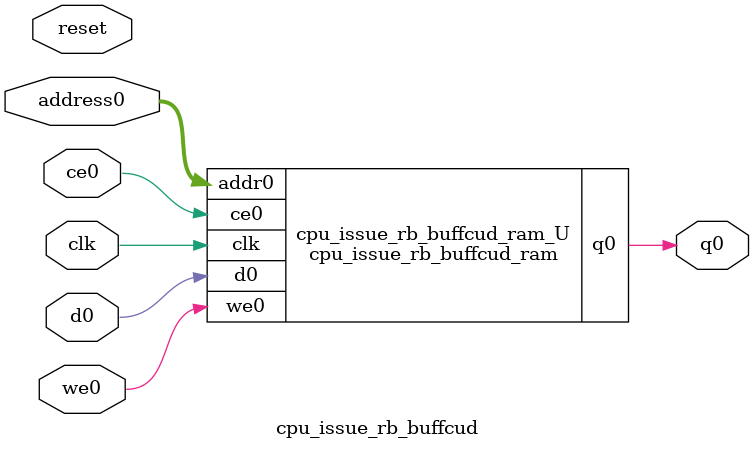
<source format=v>

`timescale 1 ns / 1 ps
module cpu_issue_rb_buffcud_ram (addr0, ce0, d0, we0, q0,  clk);

parameter DWIDTH = 1;
parameter AWIDTH = 3;
parameter MEM_SIZE = 5;

input[AWIDTH-1:0] addr0;
input ce0;
input[DWIDTH-1:0] d0;
input we0;
output reg[DWIDTH-1:0] q0;
input clk;

(* ram_style = "distributed" *)reg [DWIDTH-1:0] ram[0:MEM_SIZE-1];




always @(posedge clk)  
begin 
    if (ce0) 
    begin
        if (we0) 
        begin 
            ram[addr0] <= d0; 
            q0 <= d0;
        end 
        else 
            q0 <= ram[addr0];
    end
end


endmodule


`timescale 1 ns / 1 ps
module cpu_issue_rb_buffcud(
    reset,
    clk,
    address0,
    ce0,
    we0,
    d0,
    q0);

parameter DataWidth = 32'd1;
parameter AddressRange = 32'd5;
parameter AddressWidth = 32'd3;
input reset;
input clk;
input[AddressWidth - 1:0] address0;
input ce0;
input we0;
input[DataWidth - 1:0] d0;
output[DataWidth - 1:0] q0;



cpu_issue_rb_buffcud_ram cpu_issue_rb_buffcud_ram_U(
    .clk( clk ),
    .addr0( address0 ),
    .ce0( ce0 ),
    .we0( we0 ),
    .d0( d0 ),
    .q0( q0 ));

endmodule


</source>
